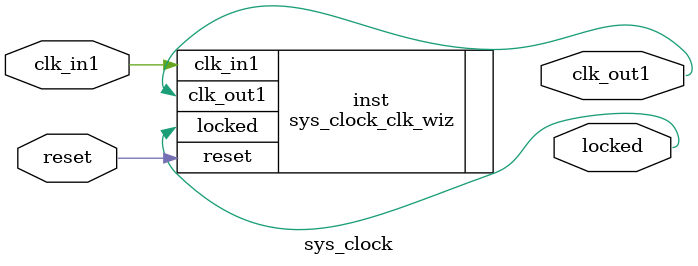
<source format=v>


`timescale 1ps/1ps

(* CORE_GENERATION_INFO = "sys_clock,clk_wiz_v6_0_13_0_0,{component_name=sys_clock,use_phase_alignment=true,use_min_o_jitter=false,use_max_i_jitter=false,use_dyn_phase_shift=false,use_inclk_switchover=false,use_dyn_reconfig=false,enable_axi=0,feedback_source=FDBK_AUTO,PRIMITIVE=MMCM,num_out_clk=1,clkin1_period=5.000,clkin2_period=10.0,use_power_down=false,use_reset=true,use_locked=true,use_inclk_stopped=false,feedback_type=SINGLE,CLOCK_MGR_TYPE=NA,manual_override=false}" *)

module sys_clock 
 (
  // Clock out ports
  output        clk_out1,
  // Status and control signals
  input         reset,
  output        locked,
 // Clock in ports
  input         clk_in1
 );

  sys_clock_clk_wiz inst
  (
  // Clock out ports  
  .clk_out1(clk_out1),
  // Status and control signals               
  .reset(reset), 
  .locked(locked),
 // Clock in ports
  .clk_in1(clk_in1)
  );

endmodule

</source>
